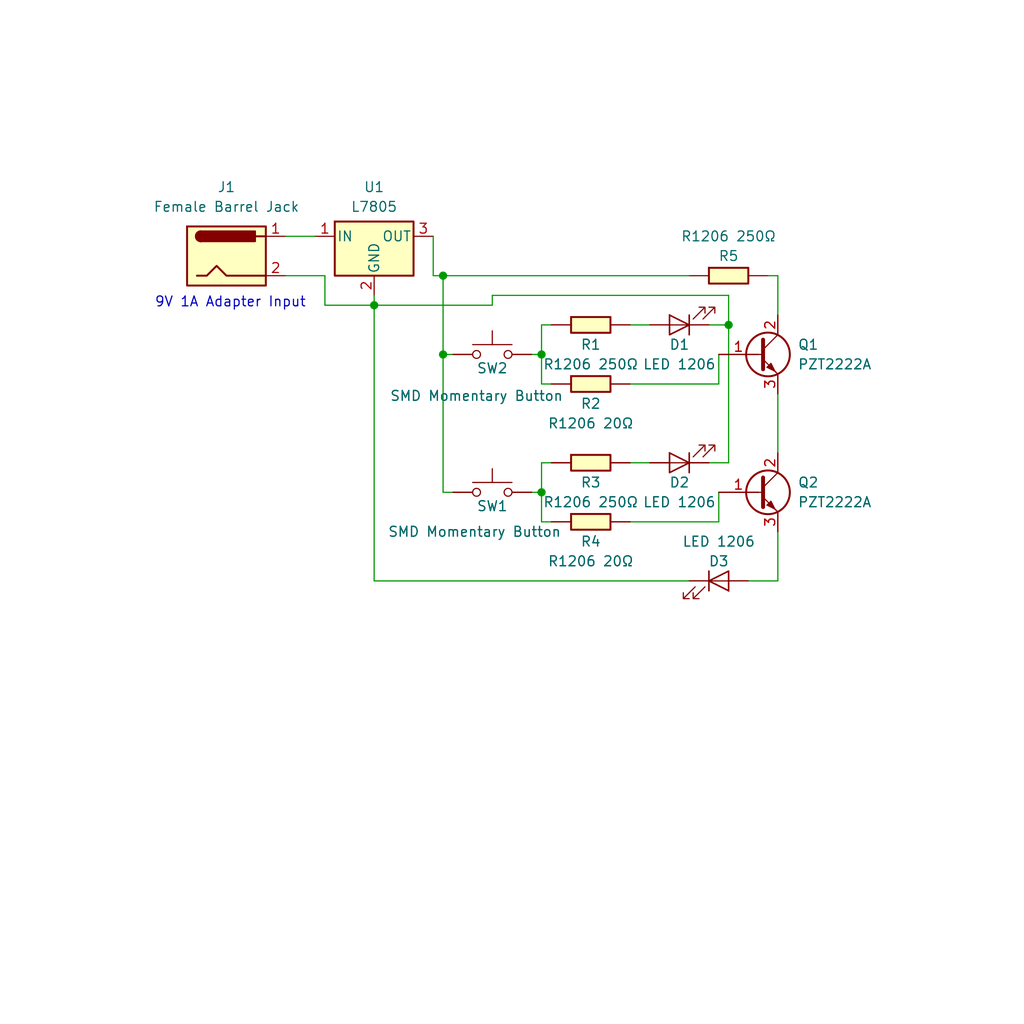
<source format=kicad_sch>
(kicad_sch (version 20231120) (generator "eeschema") (generator_version "8.0")
  (paper "User" 132.08 132.08)
  (title_block (title "Logic Gate - AND") (date "June 21st, 2024") (rev "1") (company "Nicholas Niles") (comment 1 "PCB to demonstrate AND gate logic"))
  (lib_symbols
    (symbol "Connector:Jack-DC" (pin_names (offset 1.016))
      (property "Reference" "J" (at 0 5.334 0))
      (property "Value" "Jack-DC" (at 0 -5.08 0))
      (symbol "Jack-DC_0_1"
        (rectangle (start -5.08 3.81) (end 5.08 -3.81) (stroke (width 0.254)) (fill (type background)))
        (arc (start -3.302 3.175) (mid -3.9343 2.54) (end -3.302 1.905) (stroke (width 0.254)))
        (arc (start -3.302 3.175) (mid -3.9343 2.54) (end -3.302 1.905) (stroke (width 0.254)) (fill (type outline)))
        (polyline (pts (xy 5.08 2.54) (xy 3.81 2.54)) (stroke (width 0.254)))
        (polyline (pts (xy -3.81 -2.54) (xy -2.54 -2.54) (xy -1.27 -1.27) (xy 0 -2.54) (xy 2.54 -2.54) (xy 5.08 -2.54)) (stroke (width 0.254)))
        (rectangle (start 3.683 3.175) (end -3.302 1.905) (stroke (width 0.254)) (fill (type outline)))
      )
      (symbol "Jack-DC_1_1"
        (pin passive line (at 7.62 2.54 180) (length 2.54) (name "~") (number "1"))
        (pin passive line (at 7.62 -2.54 180) (length 2.54) (name "~") (number "2"))
      )
    )
    (symbol "Regulator_Linear:L7805" (pin_names (offset 0.254))
      (property "Reference" "U" (at -3.81 3.175 0))
      (property "Value" "L7805" (at 0 3.175 0))
      (symbol "L7805_0_1"
        (rectangle (start -5.08 1.905) (end 5.08 -5.08) (stroke (width 0.254)) (fill (type background)))
      )
      (symbol "L7805_1_1"
        (pin power_in line (at -7.62 0 0) (length 2.54) (name "IN") (number "1"))
        (pin power_in line (at 0 -7.62 90) (length 2.54) (name "GND") (number "2"))
        (pin power_out line (at 7.62 0 180) (length 2.54) (name "OUT") (number "3"))
      )
    )
    (symbol "Transistor_BJT:PZT2222A" (pin_names (offset 0) hide)
      (property "Reference" "Q" (at 5.08 1.905 0))
      (property "Value" "PZT2222A" (at 5.08 0 0))
      (symbol "PZT2222A_0_1"
        (polyline (pts (xy 0 0) (xy 0.635 0)))
        (polyline (pts (xy 2.54 -2.54) (xy 0.635 -0.635)))
        (polyline (pts (xy 2.54 2.54) (xy 0.635 0.635)))
        (polyline (pts (xy 0.635 1.905) (xy 0.635 -1.905) (xy 0.635 -1.905)) (stroke (width 0.508)))
        (polyline (pts (xy 2.286 -2.286) (xy 1.778 -1.778) (xy 1.778 -1.778)))
        (polyline (pts (xy 1.143 -1.651) (xy 1.651 -1.143) (xy 2.159 -2.159) (xy 1.143 -1.651) (xy 1.143 -1.651)) (fill (type outline)))
        (circle (center 1.27 0) (radius 2.8194) (stroke (width 0.254)))
      )
      (symbol "PZT2222A_1_1"
        (pin input line (at -5.08 0 0) (length 5.08) (name "B") (number "1"))
        (pin passive line (at 2.54 5.08 270) (length 2.54) (name "C") (number "2"))
        (pin passive line (at 2.54 -5.08 90) (length 2.54) (name "E") (number "3"))
      )
    )
    (symbol "fab:LED_1206" (pin_numbers hide) (pin_names (offset 1.016) hide)
      (property "Reference" "D" (at 0 2.54 0))
      (property "Value" "LED_1206" (at 0 -2.54 0))
      (symbol "LED_1206_0_1"
        (polyline (pts (xy -1.27 -1.27) (xy -1.27 1.27)) (stroke (width 0.2032)))
        (polyline (pts (xy -1.27 0) (xy 1.27 0)))
        (polyline (pts (xy 1.27 -1.27) (xy 1.27 1.27) (xy -1.27 0) (xy 1.27 -1.27)) (stroke (width 0.2032)))
        (polyline (pts (xy -3.048 -0.762) (xy -4.572 -2.286) (xy -3.81 -2.286) (xy -4.572 -2.286) (xy -4.572 -1.524)))
        (polyline (pts (xy -1.778 -0.762) (xy -3.302 -2.286) (xy -2.54 -2.286) (xy -3.302 -2.286) (xy -3.302 -1.524)))
      )
      (symbol "LED_1206_1_1"
        (pin passive line (at -3.81 0 0) (length 2.54) (name "K") (number "1"))
        (pin passive line (at 3.81 0 180) (length 2.54) (name "A") (number "2"))
      )
    )
    (symbol "fab:R_1206" (pin_numbers hide) (pin_names (offset 0))
      (property "Reference" "R" (at 2.54 0 90))
      (property "Value" "R_1206" (at -2.54 0 90))
      (symbol "R_1206_0_1"
        (rectangle (start -1.016 -2.54) (end 1.016 2.54) (stroke (width 0.254)) (fill (type background)))
      )
      (symbol "R_1206_1_1"
        (pin passive line (at 0 5.08 270) (length 2.54) (name "~") (number "1"))
        (pin passive line (at 0 -5.08 90) (length 2.54) (name "~") (number "2"))
      )
    )
    (symbol "fab:Switch_Tactile_CnK" (pin_numbers hide) (pin_names (offset 1.016) hide)
      (property "Reference" "SW" (at 1.27 3.81 0))
      (property "Value" "Switch_Tactile_CnK" (at 0 0 0))
      (symbol "Switch_Tactile_CnK_0_1"
        (circle (center -2.032 0) (radius 0.508))
        (polyline (pts (xy 0 1.27) (xy 0 3.048)))
        (polyline (pts (xy 2.54 1.27) (xy -2.54 1.27)))
        (circle (center 2.032 0) (radius 0.508))
        (pin passive line (at -5.08 0 0) (length 2.54) (name "1") (number "1"))
        (pin passive line (at 5.08 0 180) (length 2.54) (name "2") (number "2"))
      )
    )
  )
  (junction (at 48.26 39.37))
  (junction (at 57.15 45.72))
  (junction (at 69.85 63.5))
  (junction (at 69.85 45.72))
  (junction (at 57.15 35.56))
  (junction (at 93.98 41.91))
  (wire (pts (xy 81.28 41.91) (xy 83.82 41.91)))
  (wire (pts (xy 36.83 35.56) (xy 41.91 35.56)))
  (wire (pts (xy 71.12 49.53) (xy 69.85 49.53)))
  (wire (pts (xy 100.33 50.8) (xy 100.33 58.42)))
  (wire (pts (xy 100.33 40.64) (xy 100.33 35.56)))
  (wire (pts (xy 91.44 59.69) (xy 93.98 59.69)))
  (wire (pts (xy 48.26 39.37) (xy 63.5 39.37)))
  (wire (pts (xy 92.71 67.31) (xy 92.71 63.5)))
  (wire (pts (xy 57.15 35.56) (xy 57.15 45.72)))
  (wire (pts (xy 57.15 45.72) (xy 57.15 63.5)))
  (wire (pts (xy 57.15 45.72) (xy 58.42 45.72)))
  (wire (pts (xy 81.28 59.69) (xy 83.82 59.69)))
  (wire (pts (xy 68.58 45.72) (xy 69.85 45.72)))
  (wire (pts (xy 69.85 59.69) (xy 71.12 59.69)))
  (wire (pts (xy 57.15 63.5) (xy 58.42 63.5)))
  (wire (pts (xy 91.44 41.91) (xy 93.98 41.91)))
  (wire (pts (xy 93.98 38.1) (xy 63.5 38.1)))
  (wire (pts (xy 55.88 35.56) (xy 55.88 30.48)))
  (wire (pts (xy 57.15 35.56) (xy 88.9 35.56)))
  (wire (pts (xy 100.33 74.93) (xy 100.33 68.58)))
  (wire (pts (xy 88.9 74.93) (xy 48.26 74.93)))
  (wire (pts (xy 55.88 35.56) (xy 57.15 35.56)))
  (wire (pts (xy 63.5 38.1) (xy 63.5 39.37)))
  (wire (pts (xy 69.85 45.72) (xy 69.85 41.91)))
  (wire (pts (xy 41.91 35.56) (xy 41.91 39.37)))
  (wire (pts (xy 69.85 41.91) (xy 71.12 41.91)))
  (wire (pts (xy 41.91 39.37) (xy 48.26 39.37)))
  (wire (pts (xy 81.28 67.31) (xy 92.71 67.31)))
  (wire (pts (xy 96.52 74.93) (xy 100.33 74.93)))
  (wire (pts (xy 36.83 30.48) (xy 40.64 30.48)))
  (wire (pts (xy 69.85 49.53) (xy 69.85 45.72)))
  (wire (pts (xy 69.85 67.31) (xy 69.85 63.5)))
  (wire (pts (xy 93.98 41.91) (xy 93.98 59.69)))
  (wire (pts (xy 69.85 63.5) (xy 69.85 59.69)))
  (wire (pts (xy 71.12 67.31) (xy 69.85 67.31)))
  (wire (pts (xy 100.33 35.56) (xy 99.06 35.56)))
  (wire (pts (xy 93.98 41.91) (xy 93.98 38.1)))
  (wire (pts (xy 48.26 39.37) (xy 48.26 38.1)))
  (wire (pts (xy 92.71 49.53) (xy 92.71 45.72)))
  (wire (pts (xy 68.58 63.5) (xy 69.85 63.5)))
  (wire (pts (xy 81.28 49.53) (xy 92.71 49.53)))
  (wire (pts (xy 48.26 74.93) (xy 48.26 39.37)))
  (text "9V 1A Adapter Input" (at 29.718 39.116 0) (effects (font (size 1.27 1.27))))
  (symbol (lib_id "Transistor_BJT:PZT2222A") (at 97.79 45.72 0) (unit 1)
    (property "Reference" "Q1" (at 102.87 44.4499 0) (effects (justify left)))
    (property "Value" "PZT2222A" (at 102.87 46.9899 0) (effects (justify left)))
    (property "Footprint" "Package_TO_SOT_SMD:SOT-223-3_TabPin2" (effects (hide yes)))
    (property "Datasheet" "https://www.onsemi.com/pub/Collateral/PN2222-D.PDF" (effects (hide yes)))
    (property "Description" "1A Ic, 40V Vce, NPN Transistor, General Purpose Transistor, SOT-223" (effects (hide yes)))
  )
  (symbol (lib_id "Regulator_Linear:L7805") (at 48.26 30.48 0) (unit 1)
    (property "Reference" "U1" (at 48.26 24.13 0))
    (property "Value" "L7805" (at 48.26 26.67 0))
    (property "Datasheet" "http://www.st.com/content/ccc/resource/technical/document/datasheet/41/4f/b3/b0/12/d4/47/88/CD00000444.pdf/files/CD00000444.pdf/jcr:content/translations/en.CD00000444.pdf" (effects (hide yes)))
    (property "Description" "Positive 1.5A 35V Linear Regulator, Fixed Output 5V, TO-220/TO-263/TO-252" (effects (hide yes)))
  )
  (symbol (lib_id "fab:Switch_Tactile_CnK") (at 63.5 45.72 0) (unit 1)
    (property "Reference" "SW2" (at 63.5 47.498 0))
    (property "Value" "SMD Momentary Button" (at 61.468 51.054 0))
    (property "Footprint" "fab:Button_CnK_PTS636.0_6x3.5mm" (effects (hide yes)))
    (property "Datasheet" "https://www.ckswitches.com/media/2779/pts636.pdf" (effects (hide yes)))
    (property "Description" "Push button switch, C&K PTS636 SM25F SMTR LFS, Tactile Switch SPST-NO Top Actuated Surface Mount" (effects (hide yes)))
  )
  (symbol (lib_id "fab:LED_1206") (at 92.71 74.93 0) (unit 1)
    (property "Reference" "D3" (at 92.71 72.39 0))
    (property "Value" "LED 1206" (at 92.71 69.85 0))
    (property "Footprint" "fab:LED_1206" (effects (hide yes)))
    (property "Datasheet" "https://optoelectronics.liteon.com/upload/download/DS-22-98-0002/LTST-C150CKT.pdf" (effects (hide yes)))
    (property "Description" "Light emitting diode, Lite-On Inc. LTST, SMD" (effects (hide yes)))
  )
  (symbol (lib_id "fab:R_1206") (at 76.2 41.91 90) (unit 1)
    (property "Reference" "R1" (at 76.2 44.45 90))
    (property "Value" "R1206 250Ω" (at 76.2 46.99 90))
    (property "Footprint" "fab:R_1206" (effects (hide yes)))
    (property "Description" "Resistor" (effects (hide yes)))
  )
  (symbol (lib_id "fab:Switch_Tactile_CnK") (at 63.5 63.5 0) (unit 1)
    (property "Reference" "SW1" (at 63.5 65.278 0))
    (property "Value" "SMD Momentary Button" (at 61.214 68.58 0))
    (property "Footprint" "fab:Button_CnK_PTS636.0_6x3.5mm" (effects (hide yes)))
    (property "Datasheet" "https://www.ckswitches.com/media/2779/pts636.pdf" (effects (hide yes)))
    (property "Description" "Push button switch, C&K PTS636 SM25F SMTR LFS, Tactile Switch SPST-NO Top Actuated Surface Mount" (effects (hide yes)))
  )
  (symbol (lib_id "fab:R_1206") (at 93.98 35.56 270) (unit 1)
    (property "Reference" "R5" (at 93.98 33.02 90))
    (property "Value" "R1206 250Ω" (at 93.98 30.48 90))
    (property "Footprint" "fab:R_1206" (effects (hide yes)))
    (property "Description" "Resistor" (effects (hide yes)))
  )
  (symbol (lib_id "fab:R_1206") (at 76.2 59.69 90) (unit 1)
    (property "Reference" "R3" (at 76.2 62.23 90))
    (property "Value" "R1206 250Ω" (at 76.2 64.77 90))
    (property "Footprint" "fab:R_1206" (effects (hide yes)))
    (property "Description" "Resistor" (effects (hide yes)))
  )
  (symbol (lib_id "fab:R_1206") (at 76.2 49.53 90) (unit 1)
    (property "Reference" "R2" (at 76.2 52.07 90))
    (property "Value" "R1206 20Ω" (at 76.2 54.61 90))
    (property "Footprint" "fab:R_1206" (effects (hide yes)))
    (property "Description" "Resistor" (effects (hide yes)))
  )
  (symbol (lib_id "fab:R_1206") (at 76.2 67.31 90) (unit 1)
    (property "Reference" "R4" (at 76.2 69.85 90))
    (property "Value" "R1206 20Ω" (at 76.2 72.39 90))
    (property "Footprint" "fab:R_1206" (effects (hide yes)))
    (property "Description" "Resistor" (effects (hide yes)))
  )
  (symbol (lib_id "fab:LED_1206") (at 87.63 41.91 180) (unit 1)
    (property "Reference" "D1" (at 87.63 44.45 0))
    (property "Value" "LED 1206" (at 87.63 46.99 0))
    (property "Footprint" "fab:LED_1206" (effects (hide yes)))
    (property "Datasheet" "https://optoelectronics.liteon.com/upload/download/DS-22-98-0002/LTST-C150CKT.pdf" (effects (hide yes)))
    (property "Description" "Light emitting diode, Lite-On Inc. LTST, SMD" (effects (hide yes)))
  )
  (symbol (lib_id "Connector:Jack-DC") (at 29.21 33.02 0) (unit 1)
    (property "Reference" "J1" (at 29.21 24.13 0))
    (property "Value" "Female Barrel Jack" (at 29.21 26.67 0))
    (property "Description" "DC Barrel Jack" (effects (hide yes)))
  )
  (symbol (lib_id "fab:LED_1206") (at 87.63 59.69 180) (unit 1)
    (property "Reference" "D2" (at 87.63 62.23 0))
    (property "Value" "LED 1206" (at 87.63 64.77 0))
    (property "Footprint" "fab:LED_1206" (effects (hide yes)))
    (property "Datasheet" "https://optoelectronics.liteon.com/upload/download/DS-22-98-0002/LTST-C150CKT.pdf" (effects (hide yes)))
    (property "Description" "Light emitting diode, Lite-On Inc. LTST, SMD" (effects (hide yes)))
  )
  (symbol (lib_id "Transistor_BJT:PZT2222A") (at 97.79 63.5 0) (unit 1)
    (property "Reference" "Q2" (at 102.87 62.2299 0) (effects (justify left)))
    (property "Value" "PZT2222A" (at 102.87 64.7699 0) (effects (justify left)))
    (property "Footprint" "Package_TO_SOT_SMD:SOT-223-3_TabPin2" (effects (hide yes)))
    (property "Datasheet" "https://www.onsemi.com/pub/Collateral/PN2222-D.PDF" (effects (hide yes)))
    (property "Description" "1A Ic, 40V Vce, NPN Transistor, General Purpose Transistor, SOT-223" (effects (hide yes)))
  )
)
</source>
